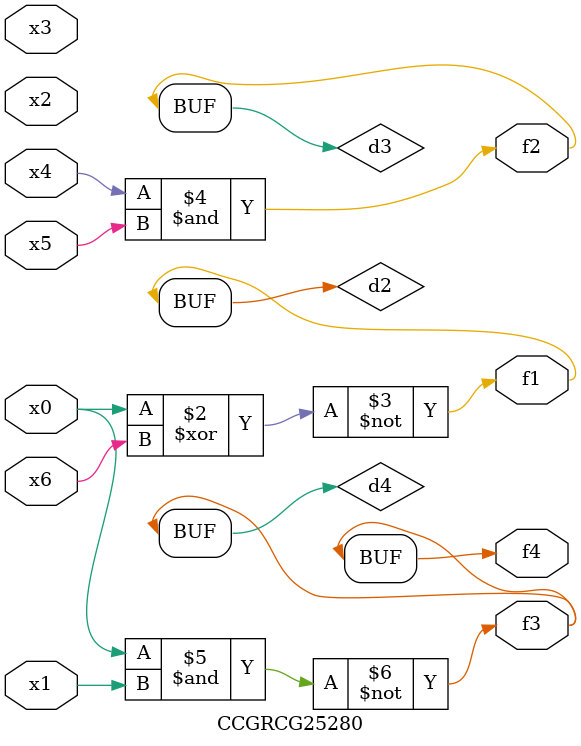
<source format=v>
module CCGRCG25280(
	input x0, x1, x2, x3, x4, x5, x6,
	output f1, f2, f3, f4
);

	wire d1, d2, d3, d4;

	nor (d1, x0);
	xnor (d2, x0, x6);
	and (d3, x4, x5);
	nand (d4, x0, x1);
	assign f1 = d2;
	assign f2 = d3;
	assign f3 = d4;
	assign f4 = d4;
endmodule

</source>
